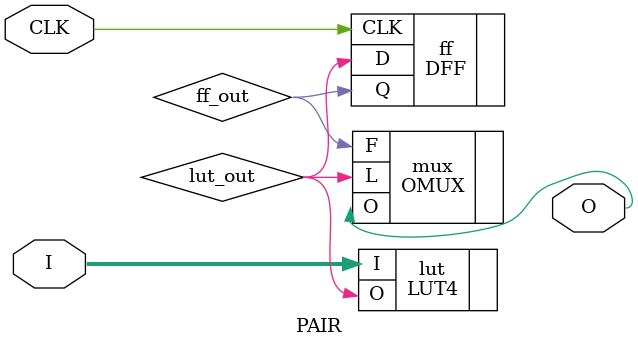
<source format=v>
/*
 * Copyright (C) 2020  The SymbiFlow Authors.
 *
 * Use of this source code is governed by a ISC-style
 * license that can be found in the LICENSE file or at
 * https://opensource.org/licenses/ISC
 */

`include "lut/lut4.sim.v"
`include "ff/ff.sim.v"
`include "omux/omux.sim.v"

module PAIR (
	I,
	CLK,
	O
);
	input wire [3:0] I;
	input wire CLK;

	output wire O;

	(* pack="LUT2FF" *)
	wire lut_out;

	LUT4 lut (.I(I), .O(lut_out));

	wire ff_out;
	DFF ff (.CLK(CLK), .D(lut_out), .Q(ff_out));

	parameter FF_BYPASS = "F";
	OMUX #(.MODE(FF_BYPASS)) mux(.L(lut_out), .F(ff_out), .O(O));

endmodule

</source>
